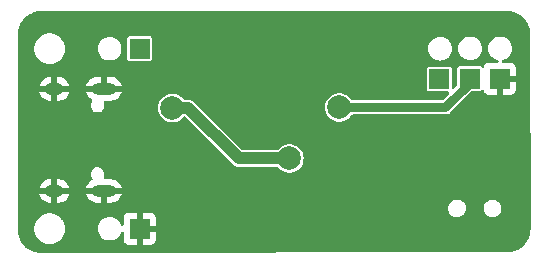
<source format=gbr>
%TF.GenerationSoftware,KiCad,Pcbnew,7.0.10*%
%TF.CreationDate,2024-03-07T14:05:51+00:00*%
%TF.ProjectId,tp4056,74703430-3536-42e6-9b69-6361645f7063,rev?*%
%TF.SameCoordinates,Original*%
%TF.FileFunction,Copper,L2,Bot*%
%TF.FilePolarity,Positive*%
%FSLAX46Y46*%
G04 Gerber Fmt 4.6, Leading zero omitted, Abs format (unit mm)*
G04 Created by KiCad (PCBNEW 7.0.10) date 2024-03-07 14:05:51*
%MOMM*%
%LPD*%
G01*
G04 APERTURE LIST*
%TA.AperFunction,ComponentPad*%
%ADD10R,1.700000X1.700000*%
%TD*%
%TA.AperFunction,ComponentPad*%
%ADD11O,2.100000X1.000000*%
%TD*%
%TA.AperFunction,ComponentPad*%
%ADD12O,1.600000X1.000000*%
%TD*%
%TA.AperFunction,ViaPad*%
%ADD13C,0.800000*%
%TD*%
%TA.AperFunction,ViaPad*%
%ADD14C,0.600000*%
%TD*%
%TA.AperFunction,ViaPad*%
%ADD15C,2.000000*%
%TD*%
%TA.AperFunction,Conductor*%
%ADD16C,1.000000*%
%TD*%
%TA.AperFunction,Conductor*%
%ADD17C,0.800000*%
%TD*%
G04 APERTURE END LIST*
D10*
%TO.P,J3,1,Pin_1*%
%TO.N,VIN*%
X147320000Y-76200000D03*
%TD*%
%TO.P,J7,1,Pin_1*%
%TO.N,GND*%
X177800000Y-78740000D03*
%TD*%
D11*
%TO.P,J8,S1,SHIELD*%
%TO.N,GND*%
X144280000Y-79600000D03*
D12*
X140100000Y-79600000D03*
D11*
X144280000Y-88240000D03*
D12*
X140100000Y-88240000D03*
%TD*%
D10*
%TO.P,J4,1,Pin_1*%
%TO.N,BAT-*%
X175260000Y-78740000D03*
%TD*%
%TO.P,J2,1,Pin_1*%
%TO.N,GND*%
X147320000Y-91440000D03*
%TD*%
%TO.P,J5,1,Pin_1*%
%TO.N,BAT+*%
X172705000Y-78765000D03*
%TD*%
D13*
%TO.N,GND*%
X178750000Y-91840000D03*
X146570000Y-79980000D03*
X175720000Y-91850000D03*
D14*
X156050000Y-83430000D03*
D13*
X172760000Y-91840000D03*
D15*
X169788629Y-83271371D03*
%TO.N,VIN*%
X150072500Y-81217500D03*
X160000000Y-85500000D03*
%TO.N,BAT-*%
X164230000Y-81170000D03*
%TD*%
D16*
%TO.N,VIN*%
X155715836Y-85500000D02*
X160000000Y-85500000D01*
X150072500Y-81217500D02*
X151433336Y-81217500D01*
X151433336Y-81217500D02*
X155715836Y-85500000D01*
D17*
%TO.N,BAT-*%
X175260000Y-79110000D02*
X175260000Y-78740000D01*
X164230000Y-81170000D02*
X173200000Y-81170000D01*
X173200000Y-81170000D02*
X175260000Y-79110000D01*
%TD*%
%TA.AperFunction,Conductor*%
%TO.N,GND*%
G36*
X178404042Y-73000764D02*
G01*
X178483586Y-73005978D01*
X178483767Y-73005991D01*
X178661587Y-73018709D01*
X178676904Y-73020772D01*
X178788378Y-73042945D01*
X178790437Y-73043374D01*
X178930240Y-73073786D01*
X178943703Y-73077522D01*
X179057725Y-73116228D01*
X179061074Y-73117420D01*
X179188808Y-73165062D01*
X179200300Y-73170024D01*
X179310687Y-73224461D01*
X179315187Y-73226798D01*
X179432478Y-73290844D01*
X179441942Y-73296574D01*
X179545269Y-73365615D01*
X179550688Y-73369450D01*
X179656727Y-73448830D01*
X179664145Y-73454844D01*
X179757976Y-73537131D01*
X179763898Y-73542678D01*
X179857320Y-73636100D01*
X179862867Y-73642022D01*
X179945150Y-73735848D01*
X179951173Y-73743278D01*
X179988691Y-73793396D01*
X180030548Y-73849310D01*
X180034383Y-73854729D01*
X180103424Y-73958056D01*
X180109154Y-73967520D01*
X180173183Y-74084779D01*
X180175564Y-74089363D01*
X180229969Y-74199687D01*
X180234938Y-74211196D01*
X180282556Y-74338863D01*
X180283793Y-74342338D01*
X180322470Y-74456276D01*
X180326217Y-74469777D01*
X180356613Y-74609508D01*
X180357064Y-74611675D01*
X180379224Y-74723080D01*
X180381291Y-74738425D01*
X180393995Y-74916046D01*
X180394045Y-74916781D01*
X180399234Y-74995941D01*
X180399500Y-75004052D01*
X180399500Y-75051330D01*
X180399550Y-75051793D01*
X180415282Y-91431675D01*
X180415016Y-91439905D01*
X180409832Y-91518992D01*
X180409782Y-91519726D01*
X180397079Y-91697360D01*
X180395012Y-91712706D01*
X180372852Y-91824112D01*
X180372401Y-91826278D01*
X180342006Y-91966008D01*
X180338260Y-91979508D01*
X180299575Y-92093470D01*
X180298350Y-92096912D01*
X180250729Y-92224588D01*
X180245759Y-92236098D01*
X180191349Y-92346431D01*
X180188969Y-92351014D01*
X180124943Y-92468269D01*
X180119214Y-92477732D01*
X180050176Y-92581056D01*
X180046340Y-92586476D01*
X179966970Y-92692502D01*
X179960931Y-92699951D01*
X179878657Y-92793766D01*
X179873110Y-92799688D01*
X179779688Y-92893110D01*
X179773766Y-92898657D01*
X179679951Y-92980931D01*
X179672502Y-92986970D01*
X179566476Y-93066340D01*
X179561056Y-93070176D01*
X179457732Y-93139214D01*
X179448269Y-93144943D01*
X179331014Y-93208969D01*
X179326431Y-93211349D01*
X179216098Y-93265759D01*
X179204588Y-93270729D01*
X179076912Y-93318350D01*
X179073470Y-93319575D01*
X178959509Y-93358260D01*
X178946008Y-93362006D01*
X178806278Y-93392401D01*
X178804112Y-93392852D01*
X178692706Y-93415012D01*
X178677360Y-93417079D01*
X178499726Y-93429782D01*
X178498990Y-93429833D01*
X178450183Y-93433031D01*
X178419751Y-93435026D01*
X178411848Y-93435291D01*
X139004148Y-93499492D01*
X138995835Y-93499226D01*
X138916690Y-93494038D01*
X138915955Y-93493988D01*
X138738425Y-93481291D01*
X138723080Y-93479224D01*
X138611675Y-93457064D01*
X138609508Y-93456613D01*
X138469777Y-93426217D01*
X138456276Y-93422470D01*
X138342338Y-93383793D01*
X138338863Y-93382556D01*
X138211196Y-93334938D01*
X138199687Y-93329969D01*
X138134947Y-93298043D01*
X138089348Y-93275556D01*
X138084779Y-93273183D01*
X137967520Y-93209154D01*
X137958056Y-93203424D01*
X137854729Y-93134383D01*
X137849310Y-93130548D01*
X137768662Y-93070176D01*
X137743278Y-93051173D01*
X137735848Y-93045150D01*
X137642022Y-92962867D01*
X137636100Y-92957320D01*
X137542678Y-92863898D01*
X137537131Y-92857976D01*
X137505450Y-92821851D01*
X137454844Y-92764145D01*
X137448830Y-92756727D01*
X137369450Y-92650688D01*
X137365615Y-92645269D01*
X137296574Y-92541942D01*
X137290844Y-92532478D01*
X137282258Y-92516754D01*
X137226798Y-92415187D01*
X137224461Y-92410687D01*
X137170024Y-92300300D01*
X137165060Y-92288802D01*
X137161790Y-92280034D01*
X137117420Y-92161074D01*
X137116228Y-92157725D01*
X137077522Y-92043703D01*
X137073786Y-92030240D01*
X137043374Y-91890437D01*
X137042945Y-91888378D01*
X137020772Y-91776904D01*
X137018709Y-91761587D01*
X137005991Y-91583767D01*
X137005978Y-91583586D01*
X137000765Y-91504043D01*
X137000500Y-91495934D01*
X137000500Y-91440000D01*
X138393143Y-91440000D01*
X138399432Y-91511889D01*
X138400620Y-91525461D01*
X138401092Y-91536269D01*
X138401092Y-91553641D01*
X138404108Y-91570748D01*
X138405519Y-91581467D01*
X138412996Y-91666929D01*
X138412998Y-91666938D01*
X138435201Y-91749802D01*
X138437541Y-91760358D01*
X138440556Y-91777456D01*
X138440560Y-91777469D01*
X138446498Y-91793786D01*
X138449748Y-91804095D01*
X138471957Y-91886974D01*
X138508211Y-91964722D01*
X138512349Y-91974709D01*
X138518293Y-91991039D01*
X138518294Y-91991041D01*
X138518295Y-91991043D01*
X138518296Y-91991046D01*
X138526976Y-92006080D01*
X138531970Y-92015672D01*
X138568229Y-92093429D01*
X138617438Y-92163708D01*
X138623246Y-92172824D01*
X138631934Y-92187870D01*
X138643093Y-92201170D01*
X138649675Y-92209748D01*
X138688487Y-92265176D01*
X138698889Y-92280031D01*
X138698892Y-92280034D01*
X138759551Y-92340693D01*
X138766850Y-92348657D01*
X138768828Y-92351014D01*
X138778028Y-92361978D01*
X138778029Y-92361979D01*
X138791330Y-92373139D01*
X138799305Y-92380447D01*
X138859969Y-92441111D01*
X138860682Y-92441610D01*
X138930250Y-92490323D01*
X138938832Y-92496908D01*
X138952128Y-92508065D01*
X138952131Y-92508067D01*
X138967176Y-92516754D01*
X138976294Y-92522563D01*
X139014896Y-92549592D01*
X139046571Y-92571771D01*
X139124346Y-92608038D01*
X139133910Y-92613017D01*
X139145327Y-92619609D01*
X139148957Y-92621705D01*
X139148961Y-92621707D01*
X139165290Y-92627650D01*
X139175258Y-92631778D01*
X139253029Y-92668044D01*
X139253031Y-92668044D01*
X139253038Y-92668047D01*
X139293783Y-92678964D01*
X139335906Y-92690251D01*
X139346212Y-92693500D01*
X139362534Y-92699441D01*
X139379627Y-92702455D01*
X139379633Y-92702456D01*
X139390179Y-92704793D01*
X139473067Y-92727003D01*
X139558563Y-92734482D01*
X139569230Y-92735887D01*
X139586360Y-92738908D01*
X139603730Y-92738908D01*
X139614537Y-92739380D01*
X139699998Y-92746857D01*
X139700000Y-92746857D01*
X139700002Y-92746857D01*
X139785463Y-92739380D01*
X139796270Y-92738908D01*
X139813640Y-92738908D01*
X139830772Y-92735887D01*
X139841436Y-92734482D01*
X139926933Y-92727003D01*
X140009813Y-92704795D01*
X140020339Y-92702460D01*
X140037466Y-92699441D01*
X140053816Y-92693489D01*
X140064080Y-92690254D01*
X140117728Y-92675879D01*
X140146958Y-92668048D01*
X140146963Y-92668046D01*
X140146971Y-92668044D01*
X140224739Y-92631779D01*
X140234692Y-92627656D01*
X140251039Y-92621707D01*
X140266084Y-92613020D01*
X140275668Y-92608031D01*
X140353429Y-92571771D01*
X140423711Y-92522558D01*
X140432817Y-92516757D01*
X140447869Y-92508067D01*
X140461201Y-92496879D01*
X140469732Y-92490334D01*
X140540031Y-92441111D01*
X140600716Y-92380425D01*
X140608660Y-92373146D01*
X140621975Y-92361975D01*
X140633146Y-92348660D01*
X140640425Y-92340716D01*
X140701111Y-92280031D01*
X140750334Y-92209732D01*
X140756879Y-92201201D01*
X140768067Y-92187869D01*
X140776757Y-92172817D01*
X140782559Y-92163711D01*
X140782561Y-92163708D01*
X140831771Y-92093429D01*
X140868031Y-92015668D01*
X140873023Y-92006080D01*
X140881707Y-91991039D01*
X140887656Y-91974692D01*
X140891779Y-91964739D01*
X140928044Y-91886971D01*
X140928046Y-91886963D01*
X140928048Y-91886958D01*
X140944139Y-91826902D01*
X140950254Y-91804080D01*
X140953489Y-91793816D01*
X140959441Y-91777466D01*
X140962460Y-91760339D01*
X140964798Y-91749802D01*
X140987003Y-91666933D01*
X140994483Y-91581433D01*
X140995883Y-91570791D01*
X140998908Y-91553640D01*
X140999481Y-91527314D01*
X140999918Y-91519303D01*
X141006857Y-91440000D01*
X143774659Y-91440000D01*
X143793975Y-91636129D01*
X143803319Y-91666933D01*
X143850999Y-91824112D01*
X143851188Y-91824733D01*
X143944086Y-91998532D01*
X143944090Y-91998539D01*
X144069116Y-92150883D01*
X144221460Y-92275909D01*
X144221467Y-92275913D01*
X144385178Y-92363418D01*
X144395273Y-92368814D01*
X144424157Y-92377575D01*
X144431195Y-92379946D01*
X144431791Y-92380166D01*
X144431799Y-92380170D01*
X144435570Y-92381146D01*
X144440422Y-92382509D01*
X144583868Y-92426024D01*
X144614662Y-92429056D01*
X144621911Y-92430344D01*
X144621955Y-92430063D01*
X144628178Y-92431016D01*
X144628182Y-92431017D01*
X144638423Y-92431536D01*
X144644229Y-92431968D01*
X144780000Y-92445341D01*
X144815203Y-92441873D01*
X144824500Y-92441653D01*
X144824498Y-92441610D01*
X144830768Y-92441291D01*
X144830780Y-92441292D01*
X144844926Y-92439124D01*
X144851482Y-92438300D01*
X144976132Y-92426024D01*
X145014291Y-92414448D01*
X145030827Y-92410694D01*
X145031296Y-92410573D01*
X145031299Y-92410573D01*
X145046956Y-92404774D01*
X145054006Y-92402400D01*
X145164727Y-92368814D01*
X145203920Y-92347864D01*
X145219301Y-92340945D01*
X145221530Y-92340120D01*
X145236842Y-92330575D01*
X145243918Y-92326485D01*
X145330841Y-92280024D01*
X145338531Y-92275914D01*
X145338534Y-92275912D01*
X145338533Y-92275912D01*
X145338538Y-92275910D01*
X145376513Y-92244744D01*
X145389559Y-92235385D01*
X145393684Y-92232815D01*
X145407071Y-92220088D01*
X145413805Y-92214139D01*
X145490883Y-92150883D01*
X145525082Y-92109211D01*
X145535480Y-92098027D01*
X145540715Y-92093052D01*
X145540717Y-92093048D01*
X145540719Y-92093047D01*
X145545618Y-92086007D01*
X145551154Y-92078053D01*
X145557050Y-92070258D01*
X145615910Y-91998538D01*
X145643641Y-91946656D01*
X145651203Y-91934308D01*
X145656601Y-91926553D01*
X145663534Y-91910396D01*
X145668110Y-91900878D01*
X145708814Y-91824727D01*
X145727340Y-91763653D01*
X145765635Y-91705217D01*
X145829447Y-91676759D01*
X145898514Y-91687318D01*
X145950908Y-91733541D01*
X145970000Y-91799649D01*
X145970000Y-92337844D01*
X145976401Y-92397372D01*
X145976403Y-92397379D01*
X146026645Y-92532086D01*
X146026649Y-92532093D01*
X146112809Y-92647187D01*
X146112812Y-92647190D01*
X146227906Y-92733350D01*
X146227913Y-92733354D01*
X146362620Y-92783596D01*
X146362627Y-92783598D01*
X146422155Y-92789999D01*
X146422172Y-92790000D01*
X147070000Y-92790000D01*
X147070000Y-91875501D01*
X147177685Y-91924680D01*
X147284237Y-91940000D01*
X147355763Y-91940000D01*
X147462315Y-91924680D01*
X147570000Y-91875501D01*
X147570000Y-92790000D01*
X148217828Y-92790000D01*
X148217844Y-92789999D01*
X148277372Y-92783598D01*
X148277379Y-92783596D01*
X148412086Y-92733354D01*
X148412093Y-92733350D01*
X148527187Y-92647190D01*
X148527190Y-92647187D01*
X148613350Y-92532093D01*
X148613354Y-92532086D01*
X148663596Y-92397379D01*
X148663598Y-92397372D01*
X148669999Y-92337844D01*
X148670000Y-92337827D01*
X148670000Y-91690000D01*
X147753686Y-91690000D01*
X147779493Y-91649844D01*
X147820000Y-91511889D01*
X147820000Y-91368111D01*
X147779493Y-91230156D01*
X147753686Y-91190000D01*
X148670000Y-91190000D01*
X148670000Y-90542172D01*
X148669999Y-90542155D01*
X148663598Y-90482627D01*
X148663596Y-90482620D01*
X148613354Y-90347913D01*
X148613350Y-90347906D01*
X148527190Y-90232812D01*
X148527187Y-90232809D01*
X148412093Y-90146649D01*
X148412086Y-90146645D01*
X148277379Y-90096403D01*
X148277372Y-90096401D01*
X148217844Y-90090000D01*
X147570000Y-90090000D01*
X147570000Y-91004498D01*
X147462315Y-90955320D01*
X147355763Y-90940000D01*
X147284237Y-90940000D01*
X147177685Y-90955320D01*
X147070000Y-91004498D01*
X147070000Y-90090000D01*
X146422155Y-90090000D01*
X146362627Y-90096401D01*
X146362620Y-90096403D01*
X146227913Y-90146645D01*
X146227906Y-90146649D01*
X146112812Y-90232809D01*
X146112809Y-90232812D01*
X146026649Y-90347906D01*
X146026645Y-90347913D01*
X145976403Y-90482620D01*
X145976401Y-90482627D01*
X145970000Y-90542155D01*
X145970000Y-91080349D01*
X145950315Y-91147388D01*
X145897511Y-91193143D01*
X145828353Y-91203087D01*
X145764797Y-91174062D01*
X145727339Y-91116343D01*
X145723150Y-91102535D01*
X145708814Y-91055273D01*
X145668114Y-90979130D01*
X145663528Y-90969589D01*
X145656602Y-90953450D01*
X145656601Y-90953447D01*
X145651213Y-90945706D01*
X145643636Y-90933334D01*
X145615910Y-90881462D01*
X145615908Y-90881460D01*
X145615908Y-90881459D01*
X145557069Y-90809765D01*
X145551143Y-90801931D01*
X145540716Y-90786949D01*
X145535486Y-90781977D01*
X145525068Y-90770771D01*
X145490883Y-90729116D01*
X145413830Y-90665880D01*
X145407067Y-90659905D01*
X145393686Y-90647187D01*
X145393684Y-90647185D01*
X145389560Y-90644614D01*
X145376493Y-90635239D01*
X145338540Y-90604091D01*
X145338532Y-90604086D01*
X145243957Y-90553535D01*
X145236821Y-90549410D01*
X145221537Y-90539884D01*
X145221532Y-90539881D01*
X145221530Y-90539880D01*
X145221528Y-90539879D01*
X145221522Y-90539876D01*
X145219293Y-90539051D01*
X145203912Y-90532130D01*
X145164728Y-90511186D01*
X145054036Y-90477607D01*
X145046973Y-90475231D01*
X145031300Y-90469427D01*
X145030854Y-90469312D01*
X145014276Y-90465547D01*
X145013267Y-90465241D01*
X144995018Y-90459705D01*
X144976130Y-90453975D01*
X144851508Y-90441701D01*
X144844893Y-90440869D01*
X144830786Y-90438708D01*
X144824504Y-90438390D01*
X144824506Y-90438347D01*
X144815205Y-90438125D01*
X144780003Y-90434659D01*
X144779999Y-90434659D01*
X144644257Y-90448027D01*
X144638392Y-90448464D01*
X144628187Y-90448982D01*
X144621974Y-90449934D01*
X144621931Y-90449654D01*
X144614679Y-90450941D01*
X144583869Y-90453975D01*
X144440446Y-90497482D01*
X144435545Y-90498859D01*
X144431795Y-90499830D01*
X144431175Y-90500060D01*
X144424123Y-90502433D01*
X144395270Y-90511186D01*
X144221467Y-90604086D01*
X144221460Y-90604090D01*
X144069116Y-90729116D01*
X143944090Y-90881460D01*
X143944086Y-90881467D01*
X143851188Y-91055266D01*
X143793975Y-91243870D01*
X143774659Y-91440000D01*
X141006857Y-91440000D01*
X140999919Y-91360699D01*
X140999481Y-91352681D01*
X140998908Y-91326360D01*
X140995887Y-91309227D01*
X140994482Y-91298560D01*
X140987003Y-91213067D01*
X140964793Y-91130179D01*
X140962456Y-91119633D01*
X140959442Y-91102542D01*
X140959441Y-91102534D01*
X140953500Y-91086211D01*
X140950251Y-91075906D01*
X140933944Y-91015048D01*
X140928047Y-90993038D01*
X140928041Y-90993022D01*
X140891788Y-90915276D01*
X140887649Y-90905286D01*
X140886356Y-90901735D01*
X140881707Y-90888961D01*
X140881703Y-90888954D01*
X140873020Y-90873914D01*
X140868026Y-90864321D01*
X140831771Y-90786572D01*
X140831769Y-90786568D01*
X140802083Y-90744173D01*
X140782557Y-90716287D01*
X140776755Y-90707179D01*
X140768067Y-90692131D01*
X140768066Y-90692129D01*
X140768065Y-90692128D01*
X140756903Y-90678826D01*
X140750317Y-90670243D01*
X140701112Y-90599970D01*
X140701107Y-90599965D01*
X140640437Y-90539295D01*
X140633139Y-90531330D01*
X140621979Y-90518029D01*
X140621978Y-90518028D01*
X140621976Y-90518026D01*
X140621975Y-90518025D01*
X140608657Y-90506850D01*
X140600693Y-90499551D01*
X140540034Y-90438892D01*
X140540031Y-90438889D01*
X140533990Y-90434659D01*
X140469748Y-90389675D01*
X140461170Y-90383093D01*
X140447870Y-90371934D01*
X140447869Y-90371933D01*
X140442465Y-90368813D01*
X140432824Y-90363246D01*
X140423708Y-90357438D01*
X140353429Y-90308229D01*
X140275672Y-90271970D01*
X140266080Y-90266976D01*
X140251046Y-90258296D01*
X140251043Y-90258295D01*
X140251041Y-90258294D01*
X140251039Y-90258293D01*
X140241451Y-90254803D01*
X140234709Y-90252349D01*
X140224722Y-90248211D01*
X140146974Y-90211957D01*
X140146971Y-90211956D01*
X140137064Y-90209301D01*
X140064095Y-90189748D01*
X140053786Y-90186498D01*
X140037469Y-90180560D01*
X140037456Y-90180556D01*
X140020358Y-90177541D01*
X140009802Y-90175201D01*
X139926938Y-90152998D01*
X139926929Y-90152996D01*
X139841467Y-90145519D01*
X139830748Y-90144108D01*
X139813641Y-90141092D01*
X139813640Y-90141092D01*
X139796270Y-90141092D01*
X139785463Y-90140620D01*
X139700002Y-90133143D01*
X139699998Y-90133143D01*
X139614537Y-90140620D01*
X139603730Y-90141092D01*
X139586356Y-90141092D01*
X139569251Y-90144108D01*
X139558533Y-90145519D01*
X139473070Y-90152996D01*
X139473061Y-90152998D01*
X139390198Y-90175201D01*
X139379641Y-90177541D01*
X139362542Y-90180556D01*
X139362535Y-90180558D01*
X139346213Y-90186498D01*
X139335908Y-90189747D01*
X139253029Y-90211956D01*
X139175266Y-90248215D01*
X139165286Y-90252349D01*
X139148964Y-90258291D01*
X139148958Y-90258293D01*
X139133906Y-90266983D01*
X139124321Y-90271972D01*
X139046579Y-90308224D01*
X139046578Y-90308225D01*
X139046572Y-90308228D01*
X139046572Y-90308229D01*
X139045711Y-90308832D01*
X138976292Y-90357438D01*
X138967179Y-90363244D01*
X138952128Y-90371934D01*
X138938825Y-90383097D01*
X138930248Y-90389678D01*
X138868579Y-90432860D01*
X138860228Y-90438708D01*
X138859965Y-90438892D01*
X138799295Y-90499561D01*
X138791326Y-90506863D01*
X138778025Y-90518025D01*
X138766863Y-90531326D01*
X138759561Y-90539295D01*
X138698892Y-90599965D01*
X138698889Y-90599968D01*
X138698889Y-90599969D01*
X138696003Y-90604091D01*
X138649678Y-90670248D01*
X138643097Y-90678825D01*
X138631934Y-90692128D01*
X138623244Y-90707179D01*
X138617438Y-90716292D01*
X138579293Y-90770771D01*
X138571447Y-90781977D01*
X138568225Y-90786578D01*
X138568224Y-90786579D01*
X138531972Y-90864321D01*
X138526983Y-90873906D01*
X138518293Y-90888958D01*
X138518291Y-90888964D01*
X138512349Y-90905286D01*
X138508215Y-90915266D01*
X138471956Y-90993029D01*
X138449747Y-91075908D01*
X138446498Y-91086213D01*
X138440558Y-91102535D01*
X138440556Y-91102542D01*
X138437541Y-91119641D01*
X138435201Y-91130198D01*
X138412998Y-91213061D01*
X138412996Y-91213070D01*
X138405519Y-91298533D01*
X138404108Y-91309251D01*
X138401092Y-91326356D01*
X138401092Y-91343729D01*
X138400620Y-91354536D01*
X138393143Y-91440000D01*
X137000500Y-91440000D01*
X137000500Y-89773933D01*
X173445668Y-89773933D01*
X173461058Y-89861210D01*
X173476135Y-89946711D01*
X173545623Y-90107804D01*
X173545624Y-90107806D01*
X173545626Y-90107809D01*
X173623162Y-90211957D01*
X173650390Y-90248530D01*
X173784786Y-90361302D01*
X173828176Y-90383093D01*
X173941562Y-90440038D01*
X173941563Y-90440038D01*
X173941567Y-90440040D01*
X174112279Y-90480500D01*
X174112282Y-90480500D01*
X174243701Y-90480500D01*
X174243709Y-90480500D01*
X174374255Y-90465241D01*
X174539117Y-90405237D01*
X174685696Y-90308830D01*
X174806092Y-90181218D01*
X174893812Y-90029281D01*
X174944130Y-89861210D01*
X174949213Y-89773933D01*
X176445668Y-89773933D01*
X176461058Y-89861210D01*
X176476135Y-89946711D01*
X176545623Y-90107804D01*
X176545624Y-90107806D01*
X176545626Y-90107809D01*
X176623162Y-90211957D01*
X176650390Y-90248530D01*
X176784786Y-90361302D01*
X176828176Y-90383093D01*
X176941562Y-90440038D01*
X176941563Y-90440038D01*
X176941567Y-90440040D01*
X177112279Y-90480500D01*
X177112282Y-90480500D01*
X177243701Y-90480500D01*
X177243709Y-90480500D01*
X177374255Y-90465241D01*
X177539117Y-90405237D01*
X177685696Y-90308830D01*
X177806092Y-90181218D01*
X177893812Y-90029281D01*
X177944130Y-89861210D01*
X177954331Y-89686065D01*
X177923865Y-89513289D01*
X177854377Y-89352196D01*
X177749610Y-89211470D01*
X177677747Y-89151170D01*
X177615214Y-89098698D01*
X177615212Y-89098697D01*
X177458437Y-89019961D01*
X177458433Y-89019960D01*
X177287721Y-88979500D01*
X177156291Y-88979500D01*
X177051854Y-88991707D01*
X177025743Y-88994759D01*
X177025740Y-88994760D01*
X176860884Y-89054762D01*
X176860880Y-89054764D01*
X176714306Y-89151167D01*
X176714305Y-89151168D01*
X176593910Y-89278778D01*
X176506188Y-89430718D01*
X176455870Y-89598789D01*
X176455869Y-89598794D01*
X176445668Y-89773933D01*
X174949213Y-89773933D01*
X174954331Y-89686065D01*
X174923865Y-89513289D01*
X174854377Y-89352196D01*
X174749610Y-89211470D01*
X174677747Y-89151170D01*
X174615214Y-89098698D01*
X174615212Y-89098697D01*
X174458437Y-89019961D01*
X174458433Y-89019960D01*
X174287721Y-88979500D01*
X174156291Y-88979500D01*
X174051854Y-88991707D01*
X174025743Y-88994759D01*
X174025740Y-88994760D01*
X173860884Y-89054762D01*
X173860880Y-89054764D01*
X173714306Y-89151167D01*
X173714305Y-89151168D01*
X173593910Y-89278778D01*
X173506188Y-89430718D01*
X173455870Y-89598789D01*
X173455869Y-89598794D01*
X173445668Y-89773933D01*
X137000500Y-89773933D01*
X137000500Y-88490000D01*
X138826634Y-88490000D01*
X138826931Y-88491946D01*
X138826933Y-88491952D01*
X138897562Y-88682657D01*
X138897565Y-88682664D01*
X139005149Y-88855267D01*
X139145264Y-89002668D01*
X139145266Y-89002669D01*
X139312195Y-89118856D01*
X139499092Y-89199059D01*
X139698310Y-89240000D01*
X139850000Y-89240000D01*
X139850000Y-88540000D01*
X140350000Y-88540000D01*
X140350000Y-89240000D01*
X140450713Y-89240000D01*
X140602338Y-89224581D01*
X140796381Y-89163700D01*
X140796391Y-89163695D01*
X140974215Y-89064994D01*
X140974216Y-89064994D01*
X141128530Y-88932521D01*
X141128531Y-88932520D01*
X141253018Y-88771695D01*
X141342588Y-88589093D01*
X141368246Y-88490000D01*
X142756634Y-88490000D01*
X142756931Y-88491946D01*
X142756933Y-88491952D01*
X142827562Y-88682657D01*
X142827565Y-88682664D01*
X142935149Y-88855267D01*
X143075264Y-89002668D01*
X143075266Y-89002669D01*
X143242195Y-89118856D01*
X143429092Y-89199059D01*
X143628310Y-89240000D01*
X144030000Y-89240000D01*
X144030000Y-88540000D01*
X144530000Y-88540000D01*
X144530000Y-89240000D01*
X144880713Y-89240000D01*
X145032338Y-89224581D01*
X145226381Y-89163700D01*
X145226391Y-89163695D01*
X145404215Y-89064994D01*
X145404216Y-89064994D01*
X145558530Y-88932521D01*
X145558531Y-88932520D01*
X145683018Y-88771695D01*
X145772588Y-88589093D01*
X145798246Y-88490000D01*
X144996111Y-88490000D01*
X145035610Y-88465543D01*
X145103201Y-88376038D01*
X145133895Y-88268160D01*
X145123546Y-88156479D01*
X145073552Y-88056078D01*
X145001069Y-87990000D01*
X145803366Y-87990000D01*
X145803068Y-87988053D01*
X145803066Y-87988047D01*
X145732437Y-87797342D01*
X145732434Y-87797335D01*
X145624850Y-87624732D01*
X145484735Y-87477331D01*
X145484733Y-87477330D01*
X145317804Y-87361143D01*
X145130907Y-87280940D01*
X144931690Y-87240000D01*
X144380384Y-87240000D01*
X144313345Y-87220315D01*
X144267590Y-87167511D01*
X144257646Y-87098353D01*
X144265823Y-87068547D01*
X144271716Y-87054319D01*
X144310687Y-86960236D01*
X144330466Y-86810000D01*
X144310687Y-86659764D01*
X144252698Y-86519767D01*
X144160451Y-86399549D01*
X144040233Y-86307302D01*
X144040229Y-86307300D01*
X143976801Y-86281027D01*
X143900236Y-86249313D01*
X143886171Y-86247461D01*
X143787727Y-86234500D01*
X143787720Y-86234500D01*
X143712280Y-86234500D01*
X143712272Y-86234500D01*
X143599764Y-86249313D01*
X143599763Y-86249313D01*
X143459770Y-86307300D01*
X143459767Y-86307301D01*
X143459767Y-86307302D01*
X143339549Y-86399549D01*
X143291533Y-86462125D01*
X143247300Y-86519770D01*
X143189313Y-86659763D01*
X143189312Y-86659765D01*
X143169534Y-86809999D01*
X143169534Y-86810000D01*
X143189312Y-86960234D01*
X143189313Y-86960236D01*
X143247300Y-87100230D01*
X143247302Y-87100234D01*
X143283624Y-87147568D01*
X143298926Y-87167511D01*
X143301799Y-87171254D01*
X143326994Y-87236423D01*
X143312956Y-87304868D01*
X143264143Y-87354858D01*
X143263603Y-87355159D01*
X143155788Y-87415002D01*
X143155783Y-87415005D01*
X143001469Y-87547478D01*
X143001468Y-87547479D01*
X142876981Y-87708304D01*
X142787411Y-87890906D01*
X142761754Y-87990000D01*
X143563889Y-87990000D01*
X143524390Y-88014457D01*
X143456799Y-88103962D01*
X143426105Y-88211840D01*
X143436454Y-88323521D01*
X143486448Y-88423922D01*
X143558931Y-88490000D01*
X142756634Y-88490000D01*
X141368246Y-88490000D01*
X140566111Y-88490000D01*
X140605610Y-88465543D01*
X140673201Y-88376038D01*
X140703895Y-88268160D01*
X140693546Y-88156479D01*
X140643552Y-88056078D01*
X140571069Y-87990000D01*
X141373366Y-87990000D01*
X141373068Y-87988053D01*
X141373066Y-87988047D01*
X141302437Y-87797342D01*
X141302434Y-87797335D01*
X141194850Y-87624732D01*
X141054735Y-87477331D01*
X141054733Y-87477330D01*
X140887804Y-87361143D01*
X140700907Y-87280940D01*
X140501690Y-87240000D01*
X140350000Y-87240000D01*
X140350000Y-87940000D01*
X139850000Y-87940000D01*
X139850000Y-87240000D01*
X139749287Y-87240000D01*
X139597661Y-87255418D01*
X139403618Y-87316299D01*
X139403608Y-87316304D01*
X139225784Y-87415005D01*
X139225783Y-87415005D01*
X139071469Y-87547478D01*
X139071468Y-87547479D01*
X138946981Y-87708304D01*
X138857411Y-87890906D01*
X138831754Y-87990000D01*
X139633889Y-87990000D01*
X139594390Y-88014457D01*
X139526799Y-88103962D01*
X139496105Y-88211840D01*
X139506454Y-88323521D01*
X139556448Y-88423922D01*
X139628931Y-88490000D01*
X138826634Y-88490000D01*
X137000500Y-88490000D01*
X137000500Y-79850000D01*
X138826634Y-79850000D01*
X138826931Y-79851946D01*
X138826933Y-79851952D01*
X138897562Y-80042657D01*
X138897565Y-80042664D01*
X139005149Y-80215267D01*
X139145264Y-80362668D01*
X139145266Y-80362669D01*
X139312195Y-80478856D01*
X139499092Y-80559059D01*
X139698310Y-80600000D01*
X139850000Y-80600000D01*
X139850000Y-79900000D01*
X140350000Y-79900000D01*
X140350000Y-80600000D01*
X140450713Y-80600000D01*
X140602338Y-80584581D01*
X140796381Y-80523700D01*
X140796391Y-80523695D01*
X140974215Y-80424994D01*
X140974216Y-80424994D01*
X141128530Y-80292521D01*
X141128531Y-80292520D01*
X141253018Y-80131695D01*
X141342588Y-79949093D01*
X141368246Y-79850000D01*
X142756634Y-79850000D01*
X142756931Y-79851946D01*
X142756933Y-79851952D01*
X142827562Y-80042657D01*
X142827565Y-80042664D01*
X142935149Y-80215267D01*
X143075264Y-80362668D01*
X143075266Y-80362669D01*
X143242197Y-80478857D01*
X143250071Y-80482236D01*
X143303917Y-80526760D01*
X143325142Y-80593328D01*
X143307009Y-80660804D01*
X143299551Y-80671674D01*
X143247302Y-80739766D01*
X143247300Y-80739769D01*
X143189313Y-80879763D01*
X143189312Y-80879765D01*
X143169534Y-81029999D01*
X143169534Y-81030000D01*
X143189312Y-81180234D01*
X143189313Y-81180236D01*
X143247302Y-81320233D01*
X143339549Y-81440451D01*
X143459767Y-81532698D01*
X143599764Y-81590687D01*
X143712280Y-81605500D01*
X143712287Y-81605500D01*
X143787713Y-81605500D01*
X143787720Y-81605500D01*
X143900236Y-81590687D01*
X144040233Y-81532698D01*
X144160451Y-81440451D01*
X144252698Y-81320233D01*
X144295252Y-81217500D01*
X148866857Y-81217500D01*
X148887384Y-81439035D01*
X148887385Y-81439037D01*
X148948269Y-81653023D01*
X148948275Y-81653038D01*
X149047438Y-81852183D01*
X149047443Y-81852191D01*
X149181520Y-82029738D01*
X149345937Y-82179623D01*
X149345939Y-82179625D01*
X149535095Y-82296745D01*
X149535096Y-82296745D01*
X149535099Y-82296747D01*
X149742560Y-82377118D01*
X149961257Y-82418000D01*
X149961259Y-82418000D01*
X150183741Y-82418000D01*
X150183743Y-82418000D01*
X150402440Y-82377118D01*
X150609901Y-82296747D01*
X150799062Y-82179624D01*
X150963481Y-82029736D01*
X151002998Y-81977405D01*
X151059105Y-81935772D01*
X151128817Y-81931079D01*
X151189632Y-81964453D01*
X155202887Y-85977707D01*
X155208007Y-85983145D01*
X155247907Y-86028183D01*
X155297410Y-86062352D01*
X155303439Y-86066788D01*
X155350780Y-86103878D01*
X155350782Y-86103879D01*
X155350785Y-86103881D01*
X155360013Y-86108034D01*
X155379567Y-86119062D01*
X155387906Y-86124818D01*
X155444167Y-86146154D01*
X155451044Y-86149003D01*
X155472399Y-86158615D01*
X155505899Y-86173693D01*
X155505902Y-86173693D01*
X155505905Y-86173695D01*
X155515870Y-86175521D01*
X155537492Y-86181548D01*
X155540613Y-86182731D01*
X155546964Y-86185140D01*
X155604525Y-86192128D01*
X155606651Y-86192387D01*
X155614058Y-86193514D01*
X155673230Y-86204358D01*
X155733269Y-86200725D01*
X155740757Y-86200500D01*
X158962895Y-86200500D01*
X159029934Y-86220185D01*
X159061849Y-86249773D01*
X159109020Y-86312238D01*
X159273437Y-86462123D01*
X159273439Y-86462125D01*
X159462595Y-86579245D01*
X159462596Y-86579245D01*
X159462599Y-86579247D01*
X159670060Y-86659618D01*
X159888757Y-86700500D01*
X159888759Y-86700500D01*
X160111241Y-86700500D01*
X160111243Y-86700500D01*
X160329940Y-86659618D01*
X160537401Y-86579247D01*
X160726562Y-86462124D01*
X160890981Y-86312236D01*
X161025058Y-86134689D01*
X161124229Y-85935528D01*
X161185115Y-85721536D01*
X161205643Y-85500000D01*
X161185115Y-85278464D01*
X161124229Y-85064472D01*
X161124224Y-85064461D01*
X161025061Y-84865316D01*
X161025056Y-84865308D01*
X160890979Y-84687761D01*
X160726562Y-84537876D01*
X160726560Y-84537874D01*
X160537404Y-84420754D01*
X160537398Y-84420752D01*
X160329940Y-84340382D01*
X160111243Y-84299500D01*
X159888757Y-84299500D01*
X159670060Y-84340382D01*
X159538864Y-84391207D01*
X159462601Y-84420752D01*
X159462595Y-84420754D01*
X159273439Y-84537874D01*
X159273437Y-84537876D01*
X159109020Y-84687761D01*
X159061849Y-84750227D01*
X159005740Y-84791863D01*
X158962895Y-84799500D01*
X156057354Y-84799500D01*
X155990315Y-84779815D01*
X155969673Y-84763181D01*
X152376493Y-81170000D01*
X163024357Y-81170000D01*
X163044884Y-81391535D01*
X163044885Y-81391537D01*
X163105769Y-81605523D01*
X163105775Y-81605538D01*
X163204938Y-81804683D01*
X163204943Y-81804691D01*
X163339020Y-81982238D01*
X163503437Y-82132123D01*
X163503439Y-82132125D01*
X163692595Y-82249245D01*
X163692596Y-82249245D01*
X163692599Y-82249247D01*
X163900060Y-82329618D01*
X164118757Y-82370500D01*
X164118759Y-82370500D01*
X164341241Y-82370500D01*
X164341243Y-82370500D01*
X164559940Y-82329618D01*
X164767401Y-82249247D01*
X164956562Y-82132124D01*
X165120981Y-81982236D01*
X165243667Y-81819772D01*
X165299776Y-81778137D01*
X165342621Y-81770500D01*
X173152513Y-81770500D01*
X173168697Y-81771560D01*
X173200000Y-81775682D01*
X173200001Y-81775682D01*
X173252254Y-81768802D01*
X173356762Y-81755044D01*
X173502841Y-81694536D01*
X173572754Y-81640890D01*
X173628282Y-81598282D01*
X173647510Y-81573222D01*
X173658189Y-81561044D01*
X175392416Y-79826819D01*
X175453739Y-79793334D01*
X175480097Y-79790500D01*
X176129750Y-79790500D01*
X176129751Y-79790499D01*
X176144568Y-79787552D01*
X176188229Y-79778868D01*
X176188229Y-79778867D01*
X176188231Y-79778867D01*
X176254552Y-79734552D01*
X176258377Y-79728826D01*
X176311988Y-79684021D01*
X176381312Y-79675311D01*
X176444341Y-79705464D01*
X176477663Y-79754381D01*
X176506646Y-79832087D01*
X176506649Y-79832093D01*
X176592809Y-79947187D01*
X176592812Y-79947190D01*
X176707906Y-80033350D01*
X176707913Y-80033354D01*
X176842620Y-80083596D01*
X176842627Y-80083598D01*
X176902155Y-80089999D01*
X176902172Y-80090000D01*
X177550000Y-80090000D01*
X177550000Y-79175501D01*
X177657685Y-79224680D01*
X177764237Y-79240000D01*
X177835763Y-79240000D01*
X177942315Y-79224680D01*
X178050000Y-79175501D01*
X178050000Y-80090000D01*
X178697828Y-80090000D01*
X178697844Y-80089999D01*
X178757372Y-80083598D01*
X178757379Y-80083596D01*
X178892086Y-80033354D01*
X178892093Y-80033350D01*
X179007187Y-79947190D01*
X179007190Y-79947187D01*
X179093350Y-79832093D01*
X179093354Y-79832086D01*
X179143596Y-79697379D01*
X179143598Y-79697372D01*
X179149999Y-79637844D01*
X179150000Y-79637827D01*
X179150000Y-78990000D01*
X178233686Y-78990000D01*
X178259493Y-78949844D01*
X178300000Y-78811889D01*
X178300000Y-78668111D01*
X178259493Y-78530156D01*
X178233686Y-78490000D01*
X179150000Y-78490000D01*
X179150000Y-77842172D01*
X179149999Y-77842155D01*
X179143598Y-77782627D01*
X179143596Y-77782620D01*
X179093354Y-77647913D01*
X179093350Y-77647906D01*
X179007190Y-77532812D01*
X179007187Y-77532809D01*
X178892093Y-77446649D01*
X178892086Y-77446645D01*
X178757379Y-77396403D01*
X178757372Y-77396401D01*
X178697844Y-77390000D01*
X178092161Y-77390000D01*
X178025122Y-77370315D01*
X177979367Y-77317511D01*
X177969423Y-77248353D01*
X177998448Y-77184797D01*
X178056159Y-77147342D01*
X178072284Y-77142450D01*
X178088827Y-77138695D01*
X178089296Y-77138573D01*
X178089299Y-77138573D01*
X178104956Y-77132774D01*
X178112006Y-77130400D01*
X178222727Y-77096814D01*
X178261920Y-77075864D01*
X178277301Y-77068945D01*
X178279530Y-77068120D01*
X178294842Y-77058575D01*
X178301918Y-77054485D01*
X178396533Y-77003913D01*
X178396534Y-77003912D01*
X178396533Y-77003912D01*
X178396538Y-77003910D01*
X178434513Y-76972744D01*
X178447559Y-76963385D01*
X178451684Y-76960815D01*
X178465071Y-76948088D01*
X178471805Y-76942139D01*
X178548883Y-76878883D01*
X178583082Y-76837211D01*
X178593480Y-76826027D01*
X178598715Y-76821052D01*
X178598717Y-76821048D01*
X178598719Y-76821047D01*
X178603618Y-76814007D01*
X178609154Y-76806053D01*
X178615050Y-76798258D01*
X178673910Y-76726538D01*
X178701641Y-76674656D01*
X178709203Y-76662308D01*
X178714601Y-76654553D01*
X178721534Y-76638396D01*
X178726110Y-76628878D01*
X178766814Y-76552727D01*
X178785362Y-76491580D01*
X178790060Y-76478713D01*
X178794600Y-76468135D01*
X178797924Y-76451957D01*
X178800705Y-76441002D01*
X178824024Y-76364132D01*
X178830798Y-76295345D01*
X178832737Y-76282556D01*
X178835435Y-76269429D01*
X178836041Y-76245434D01*
X178836593Y-76236510D01*
X178843341Y-76168000D01*
X178836593Y-76099493D01*
X178836041Y-76090561D01*
X178835435Y-76066571D01*
X178832735Y-76053435D01*
X178830799Y-76040657D01*
X178824024Y-75971868D01*
X178800714Y-75895027D01*
X178797920Y-75884022D01*
X178794600Y-75867865D01*
X178790062Y-75857290D01*
X178785354Y-75844391D01*
X178766814Y-75783273D01*
X178726114Y-75707130D01*
X178721528Y-75697589D01*
X178714602Y-75681450D01*
X178714601Y-75681447D01*
X178709213Y-75673706D01*
X178701636Y-75661334D01*
X178673910Y-75609462D01*
X178673908Y-75609460D01*
X178673908Y-75609459D01*
X178634902Y-75561931D01*
X178615063Y-75537757D01*
X178609143Y-75529931D01*
X178598716Y-75514949D01*
X178593486Y-75509977D01*
X178583068Y-75498771D01*
X178548883Y-75457116D01*
X178471830Y-75393880D01*
X178465067Y-75387905D01*
X178451686Y-75375187D01*
X178451684Y-75375185D01*
X178447560Y-75372614D01*
X178434493Y-75363239D01*
X178396540Y-75332091D01*
X178396532Y-75332086D01*
X178301957Y-75281535D01*
X178294821Y-75277410D01*
X178279537Y-75267884D01*
X178279532Y-75267881D01*
X178279530Y-75267880D01*
X178279528Y-75267879D01*
X178279522Y-75267876D01*
X178277293Y-75267051D01*
X178261912Y-75260130D01*
X178222728Y-75239186D01*
X178112036Y-75205607D01*
X178104973Y-75203231D01*
X178089300Y-75197427D01*
X178088854Y-75197312D01*
X178072276Y-75193547D01*
X178034130Y-75181975D01*
X177909508Y-75169701D01*
X177902893Y-75168869D01*
X177888786Y-75166708D01*
X177882504Y-75166390D01*
X177882506Y-75166347D01*
X177873205Y-75166125D01*
X177838003Y-75162659D01*
X177837999Y-75162659D01*
X177702257Y-75176027D01*
X177696392Y-75176464D01*
X177686187Y-75176982D01*
X177679974Y-75177934D01*
X177679931Y-75177654D01*
X177672679Y-75178941D01*
X177641869Y-75181975D01*
X177498446Y-75225482D01*
X177493545Y-75226859D01*
X177489795Y-75227830D01*
X177489175Y-75228060D01*
X177482123Y-75230433D01*
X177453270Y-75239186D01*
X177279467Y-75332086D01*
X177279460Y-75332090D01*
X177127116Y-75457116D01*
X177002090Y-75609460D01*
X177002086Y-75609467D01*
X176909188Y-75783266D01*
X176851975Y-75971870D01*
X176832659Y-76168000D01*
X176851975Y-76364129D01*
X176909188Y-76552733D01*
X177002086Y-76726532D01*
X177002090Y-76726539D01*
X177127116Y-76878883D01*
X177279460Y-77003909D01*
X177279467Y-77003913D01*
X177443178Y-77091418D01*
X177453273Y-77096814D01*
X177482157Y-77105575D01*
X177489195Y-77107946D01*
X177489791Y-77108166D01*
X177489799Y-77108170D01*
X177493570Y-77109146D01*
X177498422Y-77110509D01*
X177571817Y-77132774D01*
X177619833Y-77147340D01*
X177678272Y-77185638D01*
X177706728Y-77249450D01*
X177696167Y-77318517D01*
X177649942Y-77370910D01*
X177583837Y-77390000D01*
X176902155Y-77390000D01*
X176842627Y-77396401D01*
X176842620Y-77396403D01*
X176707913Y-77446645D01*
X176707906Y-77446649D01*
X176592812Y-77532809D01*
X176592809Y-77532812D01*
X176506649Y-77647906D01*
X176506643Y-77647917D01*
X176477662Y-77725618D01*
X176435791Y-77781552D01*
X176370326Y-77805968D01*
X176302053Y-77791116D01*
X176258379Y-77751175D01*
X176254552Y-77745447D01*
X176188230Y-77701132D01*
X176188229Y-77701131D01*
X176129752Y-77689500D01*
X176129748Y-77689500D01*
X174390252Y-77689500D01*
X174390247Y-77689500D01*
X174331770Y-77701131D01*
X174331769Y-77701132D01*
X174265447Y-77745447D01*
X174221132Y-77811769D01*
X174221131Y-77811770D01*
X174209500Y-77870247D01*
X174209500Y-79259903D01*
X174189815Y-79326942D01*
X174173181Y-79347584D01*
X173967181Y-79553584D01*
X173905858Y-79587069D01*
X173836166Y-79582085D01*
X173780233Y-79540213D01*
X173755816Y-79474749D01*
X173755500Y-79465903D01*
X173755500Y-77895249D01*
X173755499Y-77895247D01*
X173743868Y-77836770D01*
X173743867Y-77836769D01*
X173699552Y-77770447D01*
X173633230Y-77726132D01*
X173633229Y-77726131D01*
X173574752Y-77714500D01*
X173574748Y-77714500D01*
X171835252Y-77714500D01*
X171835247Y-77714500D01*
X171776770Y-77726131D01*
X171776769Y-77726132D01*
X171710447Y-77770447D01*
X171666132Y-77836769D01*
X171666131Y-77836770D01*
X171654500Y-77895247D01*
X171654500Y-79634752D01*
X171666131Y-79693229D01*
X171666132Y-79693230D01*
X171710447Y-79759552D01*
X171776769Y-79803867D01*
X171776770Y-79803868D01*
X171835247Y-79815499D01*
X171835250Y-79815500D01*
X173405903Y-79815500D01*
X173472942Y-79835185D01*
X173518697Y-79887989D01*
X173528641Y-79957147D01*
X173499616Y-80020703D01*
X173493584Y-80027181D01*
X172987584Y-80533181D01*
X172926261Y-80566666D01*
X172899903Y-80569500D01*
X165342621Y-80569500D01*
X165275582Y-80549815D01*
X165243667Y-80520227D01*
X165241059Y-80516774D01*
X165204021Y-80467727D01*
X165120979Y-80357761D01*
X164956562Y-80207876D01*
X164956560Y-80207874D01*
X164767404Y-80090754D01*
X164767398Y-80090752D01*
X164765457Y-80090000D01*
X164559940Y-80010382D01*
X164341243Y-79969500D01*
X164118757Y-79969500D01*
X163900060Y-80010382D01*
X163840773Y-80033350D01*
X163692601Y-80090752D01*
X163692595Y-80090754D01*
X163503439Y-80207874D01*
X163503437Y-80207876D01*
X163339020Y-80357761D01*
X163204943Y-80535308D01*
X163204938Y-80535316D01*
X163105775Y-80734461D01*
X163105769Y-80734476D01*
X163044885Y-80948462D01*
X163044884Y-80948464D01*
X163024357Y-81169999D01*
X163024357Y-81170000D01*
X152376493Y-81170000D01*
X151946276Y-80739783D01*
X151941141Y-80734328D01*
X151901265Y-80689316D01*
X151901260Y-80689312D01*
X151851774Y-80655155D01*
X151845739Y-80650715D01*
X151798396Y-80613624D01*
X151798391Y-80613620D01*
X151789149Y-80609461D01*
X151769602Y-80598436D01*
X151767993Y-80597326D01*
X151761266Y-80592682D01*
X151705030Y-80571354D01*
X151698126Y-80568494D01*
X151643268Y-80543805D01*
X151643266Y-80543804D01*
X151633282Y-80541974D01*
X151611679Y-80535951D01*
X151602210Y-80532360D01*
X151602207Y-80532359D01*
X151542507Y-80525110D01*
X151535106Y-80523983D01*
X151475945Y-80513142D01*
X151475939Y-80513142D01*
X151415903Y-80516774D01*
X151408415Y-80517000D01*
X151109605Y-80517000D01*
X151042566Y-80497315D01*
X151010651Y-80467727D01*
X150963479Y-80405261D01*
X150799062Y-80255376D01*
X150799060Y-80255374D01*
X150609904Y-80138254D01*
X150609898Y-80138252D01*
X150402440Y-80057882D01*
X150183743Y-80017000D01*
X149961257Y-80017000D01*
X149742560Y-80057882D01*
X149657708Y-80090754D01*
X149535101Y-80138252D01*
X149535095Y-80138254D01*
X149345939Y-80255374D01*
X149345937Y-80255376D01*
X149181520Y-80405261D01*
X149047443Y-80582808D01*
X149047438Y-80582816D01*
X148948275Y-80781961D01*
X148948269Y-80781976D01*
X148887385Y-80995962D01*
X148887384Y-80995964D01*
X148866857Y-81217499D01*
X148866857Y-81217500D01*
X144295252Y-81217500D01*
X144310687Y-81180236D01*
X144330466Y-81030000D01*
X144310687Y-80879764D01*
X144270180Y-80781972D01*
X144265823Y-80771453D01*
X144258354Y-80701983D01*
X144289629Y-80639504D01*
X144349718Y-80603852D01*
X144380384Y-80600000D01*
X144880713Y-80600000D01*
X145032338Y-80584581D01*
X145226381Y-80523700D01*
X145226391Y-80523695D01*
X145404215Y-80424994D01*
X145404216Y-80424994D01*
X145558530Y-80292521D01*
X145558531Y-80292520D01*
X145683018Y-80131695D01*
X145772588Y-79949093D01*
X145798246Y-79850000D01*
X144996111Y-79850000D01*
X145035610Y-79825543D01*
X145103201Y-79736038D01*
X145133895Y-79628160D01*
X145123546Y-79516479D01*
X145073552Y-79416078D01*
X145001069Y-79350000D01*
X145803366Y-79350000D01*
X145803068Y-79348053D01*
X145803066Y-79348047D01*
X145732437Y-79157342D01*
X145732434Y-79157335D01*
X145624850Y-78984732D01*
X145484735Y-78837331D01*
X145484733Y-78837330D01*
X145317804Y-78721143D01*
X145130907Y-78640940D01*
X144931690Y-78600000D01*
X144530000Y-78600000D01*
X144530000Y-79300000D01*
X144030000Y-79300000D01*
X144030000Y-78600000D01*
X143679287Y-78600000D01*
X143527661Y-78615418D01*
X143333618Y-78676299D01*
X143333608Y-78676304D01*
X143155784Y-78775005D01*
X143155783Y-78775005D01*
X143001469Y-78907478D01*
X143001468Y-78907479D01*
X142876981Y-79068304D01*
X142787411Y-79250906D01*
X142761754Y-79350000D01*
X143563889Y-79350000D01*
X143524390Y-79374457D01*
X143456799Y-79463962D01*
X143426105Y-79571840D01*
X143436454Y-79683521D01*
X143486448Y-79783922D01*
X143558931Y-79850000D01*
X142756634Y-79850000D01*
X141368246Y-79850000D01*
X140566111Y-79850000D01*
X140605610Y-79825543D01*
X140673201Y-79736038D01*
X140703895Y-79628160D01*
X140693546Y-79516479D01*
X140643552Y-79416078D01*
X140571069Y-79350000D01*
X141373366Y-79350000D01*
X141373068Y-79348053D01*
X141373066Y-79348047D01*
X141302437Y-79157342D01*
X141302434Y-79157335D01*
X141194850Y-78984732D01*
X141054735Y-78837331D01*
X141054733Y-78837330D01*
X140887804Y-78721143D01*
X140700907Y-78640940D01*
X140501690Y-78600000D01*
X140350000Y-78600000D01*
X140350000Y-79300000D01*
X139850000Y-79300000D01*
X139850000Y-78600000D01*
X139749287Y-78600000D01*
X139597661Y-78615418D01*
X139403618Y-78676299D01*
X139403608Y-78676304D01*
X139225784Y-78775005D01*
X139225783Y-78775005D01*
X139071469Y-78907478D01*
X139071468Y-78907479D01*
X138946981Y-79068304D01*
X138857411Y-79250906D01*
X138831754Y-79350000D01*
X139633889Y-79350000D01*
X139594390Y-79374457D01*
X139526799Y-79463962D01*
X139496105Y-79571840D01*
X139506454Y-79683521D01*
X139556448Y-79783922D01*
X139628931Y-79850000D01*
X138826634Y-79850000D01*
X137000500Y-79850000D01*
X137000500Y-76200000D01*
X138394532Y-76200000D01*
X138402001Y-76285369D01*
X138402473Y-76296177D01*
X138402473Y-76313529D01*
X138405483Y-76330599D01*
X138406894Y-76341315D01*
X138414364Y-76426688D01*
X138414366Y-76426697D01*
X138436548Y-76509482D01*
X138438886Y-76520026D01*
X138441898Y-76537107D01*
X138441899Y-76537112D01*
X138441900Y-76537113D01*
X138447826Y-76553397D01*
X138451076Y-76563706D01*
X138468535Y-76628858D01*
X138473258Y-76646486D01*
X138473262Y-76646499D01*
X138509481Y-76724172D01*
X138513619Y-76734160D01*
X138519550Y-76750454D01*
X138528218Y-76765468D01*
X138533211Y-76775059D01*
X138569433Y-76852736D01*
X138618582Y-76922929D01*
X138624393Y-76932050D01*
X138633064Y-76947069D01*
X138633067Y-76947073D01*
X138633068Y-76947074D01*
X138644224Y-76960370D01*
X138650795Y-76968934D01*
X138683957Y-77016295D01*
X138699951Y-77039137D01*
X138699953Y-77039139D01*
X138760563Y-77099749D01*
X138767860Y-77107712D01*
X138768056Y-77107946D01*
X138779003Y-77120993D01*
X138779009Y-77120999D01*
X138787626Y-77128229D01*
X138792269Y-77132125D01*
X138792285Y-77132138D01*
X138800251Y-77139437D01*
X138860861Y-77200047D01*
X138931081Y-77249215D01*
X138939627Y-77255773D01*
X138952926Y-77266932D01*
X138967953Y-77275607D01*
X138977053Y-77281405D01*
X139047266Y-77330568D01*
X139124968Y-77366801D01*
X139134521Y-77371774D01*
X139149547Y-77380450D01*
X139165843Y-77386381D01*
X139175813Y-77390510D01*
X139253504Y-77426739D01*
X139253506Y-77426739D01*
X139253513Y-77426742D01*
X139311231Y-77442206D01*
X139336291Y-77448921D01*
X139346603Y-77452173D01*
X139348932Y-77453020D01*
X139362893Y-77458102D01*
X139379973Y-77461113D01*
X139390500Y-77463446D01*
X139473308Y-77485635D01*
X139558668Y-77493103D01*
X139558679Y-77493104D01*
X139569404Y-77494516D01*
X139573865Y-77495302D01*
X139586481Y-77497527D01*
X139586483Y-77497527D01*
X139603822Y-77497527D01*
X139614628Y-77497998D01*
X139631786Y-77499500D01*
X139699999Y-77505468D01*
X139700000Y-77505468D01*
X139700001Y-77505468D01*
X139768214Y-77499500D01*
X139785371Y-77497998D01*
X139796178Y-77497527D01*
X139813518Y-77497527D01*
X139813519Y-77497527D01*
X139830604Y-77494514D01*
X139841304Y-77493105D01*
X139926692Y-77485635D01*
X140009504Y-77463445D01*
X140020026Y-77461113D01*
X140037107Y-77458102D01*
X140053412Y-77452167D01*
X140063695Y-77448925D01*
X140122624Y-77433135D01*
X140146486Y-77426742D01*
X140146488Y-77426740D01*
X140146496Y-77426739D01*
X140224188Y-77390510D01*
X140234143Y-77386386D01*
X140250453Y-77380450D01*
X140265483Y-77371772D01*
X140275029Y-77366802D01*
X140352734Y-77330568D01*
X140422965Y-77281391D01*
X140432028Y-77275618D01*
X140447074Y-77266932D01*
X140460379Y-77255767D01*
X140468915Y-77249217D01*
X140539139Y-77200047D01*
X140599766Y-77139419D01*
X140607697Y-77132152D01*
X140620995Y-77120995D01*
X140632152Y-77107697D01*
X140639419Y-77099766D01*
X140700047Y-77039139D01*
X140749217Y-76968915D01*
X140755767Y-76960379D01*
X140766932Y-76947074D01*
X140775618Y-76932028D01*
X140781391Y-76922965D01*
X140830568Y-76852734D01*
X140866802Y-76775029D01*
X140871772Y-76765483D01*
X140880450Y-76750453D01*
X140886386Y-76734143D01*
X140890510Y-76724188D01*
X140926739Y-76646496D01*
X140928910Y-76638396D01*
X140943288Y-76584733D01*
X140948925Y-76563695D01*
X140952167Y-76553412D01*
X140958102Y-76537107D01*
X140961113Y-76520026D01*
X140963445Y-76509504D01*
X140985635Y-76426692D01*
X140993105Y-76341307D01*
X140994515Y-76330599D01*
X140997527Y-76313519D01*
X140998099Y-76287249D01*
X140998539Y-76279194D01*
X141005468Y-76200000D01*
X143774659Y-76200000D01*
X143793975Y-76396129D01*
X143851188Y-76584733D01*
X143944086Y-76758532D01*
X143944090Y-76758539D01*
X144069116Y-76910883D01*
X144221460Y-77035909D01*
X144221467Y-77035913D01*
X144394180Y-77128230D01*
X144395273Y-77128814D01*
X144424157Y-77137575D01*
X144431195Y-77139946D01*
X144431791Y-77140166D01*
X144431799Y-77140170D01*
X144435570Y-77141146D01*
X144440422Y-77142509D01*
X144542055Y-77173340D01*
X144582595Y-77185638D01*
X144583868Y-77186024D01*
X144614662Y-77189056D01*
X144621911Y-77190344D01*
X144621955Y-77190063D01*
X144628178Y-77191016D01*
X144628182Y-77191017D01*
X144638423Y-77191536D01*
X144644229Y-77191968D01*
X144780000Y-77205341D01*
X144815203Y-77201873D01*
X144824500Y-77201653D01*
X144824498Y-77201610D01*
X144830768Y-77201291D01*
X144830780Y-77201292D01*
X144844926Y-77199124D01*
X144851482Y-77198300D01*
X144976132Y-77186024D01*
X145014291Y-77174448D01*
X145030827Y-77170694D01*
X145031296Y-77170573D01*
X145031299Y-77170573D01*
X145033187Y-77169874D01*
X145046954Y-77164775D01*
X145054006Y-77162400D01*
X145164727Y-77128814D01*
X145203920Y-77107864D01*
X145219301Y-77100945D01*
X145221530Y-77100120D01*
X145236842Y-77090575D01*
X145243918Y-77086485D01*
X145275224Y-77069752D01*
X146269500Y-77069752D01*
X146281131Y-77128229D01*
X146281132Y-77128230D01*
X146325447Y-77194552D01*
X146391769Y-77238867D01*
X146391770Y-77238868D01*
X146450247Y-77250499D01*
X146450250Y-77250500D01*
X146450252Y-77250500D01*
X148189750Y-77250500D01*
X148189751Y-77250499D01*
X148204568Y-77247552D01*
X148248229Y-77238868D01*
X148248229Y-77238867D01*
X148248231Y-77238867D01*
X148314552Y-77194552D01*
X148358867Y-77128231D01*
X148358867Y-77128229D01*
X148358868Y-77128229D01*
X148370499Y-77069752D01*
X148370500Y-77069750D01*
X148370500Y-76200000D01*
X171752659Y-76200000D01*
X171771975Y-76396129D01*
X171829188Y-76584733D01*
X171922086Y-76758532D01*
X171922090Y-76758539D01*
X172047116Y-76910883D01*
X172199460Y-77035909D01*
X172199467Y-77035913D01*
X172372180Y-77128230D01*
X172373273Y-77128814D01*
X172402157Y-77137575D01*
X172409195Y-77139946D01*
X172409791Y-77140166D01*
X172409799Y-77140170D01*
X172413570Y-77141146D01*
X172418422Y-77142509D01*
X172520055Y-77173340D01*
X172560595Y-77185638D01*
X172561868Y-77186024D01*
X172592662Y-77189056D01*
X172599911Y-77190344D01*
X172599955Y-77190063D01*
X172606178Y-77191016D01*
X172606182Y-77191017D01*
X172616423Y-77191536D01*
X172622229Y-77191968D01*
X172758000Y-77205341D01*
X172793203Y-77201873D01*
X172802500Y-77201653D01*
X172802498Y-77201610D01*
X172808768Y-77201291D01*
X172808780Y-77201292D01*
X172822926Y-77199124D01*
X172829482Y-77198300D01*
X172954132Y-77186024D01*
X172992291Y-77174448D01*
X173008827Y-77170694D01*
X173009296Y-77170573D01*
X173009299Y-77170573D01*
X173011187Y-77169874D01*
X173024954Y-77164775D01*
X173032006Y-77162400D01*
X173142727Y-77128814D01*
X173181920Y-77107864D01*
X173197301Y-77100945D01*
X173199530Y-77100120D01*
X173214842Y-77090575D01*
X173221918Y-77086485D01*
X173316533Y-77035913D01*
X173316534Y-77035912D01*
X173316533Y-77035912D01*
X173316538Y-77035910D01*
X173354513Y-77004744D01*
X173367559Y-76995385D01*
X173371684Y-76992815D01*
X173385071Y-76980088D01*
X173391805Y-76974139D01*
X173468883Y-76910883D01*
X173503082Y-76869211D01*
X173513480Y-76858027D01*
X173518715Y-76853052D01*
X173518717Y-76853048D01*
X173518719Y-76853047D01*
X173523618Y-76846007D01*
X173529154Y-76838053D01*
X173535050Y-76830258D01*
X173593910Y-76758538D01*
X173621641Y-76706656D01*
X173629203Y-76694308D01*
X173634601Y-76686553D01*
X173641534Y-76670396D01*
X173646110Y-76660878D01*
X173686814Y-76584727D01*
X173705362Y-76523580D01*
X173710060Y-76510713D01*
X173714600Y-76500135D01*
X173717924Y-76483957D01*
X173720705Y-76473002D01*
X173744024Y-76396132D01*
X173750798Y-76327345D01*
X173752737Y-76314556D01*
X173755435Y-76301429D01*
X173756041Y-76277434D01*
X173756593Y-76268510D01*
X173763341Y-76200000D01*
X173760189Y-76168000D01*
X174292659Y-76168000D01*
X174311975Y-76364129D01*
X174369188Y-76552733D01*
X174462086Y-76726532D01*
X174462090Y-76726539D01*
X174587116Y-76878883D01*
X174739460Y-77003909D01*
X174739467Y-77003913D01*
X174903178Y-77091418D01*
X174913273Y-77096814D01*
X174942157Y-77105575D01*
X174949195Y-77107946D01*
X174949791Y-77108166D01*
X174949799Y-77108170D01*
X174953570Y-77109146D01*
X174958422Y-77110509D01*
X175101868Y-77154024D01*
X175132662Y-77157056D01*
X175139911Y-77158344D01*
X175139955Y-77158063D01*
X175146178Y-77159016D01*
X175146182Y-77159017D01*
X175156423Y-77159536D01*
X175162229Y-77159968D01*
X175298000Y-77173341D01*
X175333203Y-77169873D01*
X175342500Y-77169653D01*
X175342498Y-77169610D01*
X175348768Y-77169291D01*
X175348780Y-77169292D01*
X175362926Y-77167124D01*
X175369482Y-77166300D01*
X175494132Y-77154024D01*
X175532291Y-77142448D01*
X175548827Y-77138694D01*
X175549296Y-77138573D01*
X175549299Y-77138573D01*
X175564956Y-77132774D01*
X175572006Y-77130400D01*
X175682727Y-77096814D01*
X175721920Y-77075864D01*
X175737301Y-77068945D01*
X175739530Y-77068120D01*
X175754842Y-77058575D01*
X175761918Y-77054485D01*
X175856533Y-77003913D01*
X175856534Y-77003912D01*
X175856533Y-77003912D01*
X175856538Y-77003910D01*
X175894513Y-76972744D01*
X175907559Y-76963385D01*
X175911684Y-76960815D01*
X175925071Y-76948088D01*
X175931805Y-76942139D01*
X176008883Y-76878883D01*
X176043082Y-76837211D01*
X176053480Y-76826027D01*
X176058715Y-76821052D01*
X176058717Y-76821048D01*
X176058719Y-76821047D01*
X176063618Y-76814007D01*
X176069154Y-76806053D01*
X176075050Y-76798258D01*
X176133910Y-76726538D01*
X176161641Y-76674656D01*
X176169203Y-76662308D01*
X176174601Y-76654553D01*
X176181534Y-76638396D01*
X176186110Y-76628878D01*
X176226814Y-76552727D01*
X176245362Y-76491580D01*
X176250060Y-76478713D01*
X176254600Y-76468135D01*
X176257924Y-76451957D01*
X176260705Y-76441002D01*
X176284024Y-76364132D01*
X176290798Y-76295345D01*
X176292737Y-76282556D01*
X176295435Y-76269429D01*
X176296041Y-76245434D01*
X176296593Y-76236510D01*
X176303341Y-76168000D01*
X176296593Y-76099493D01*
X176296041Y-76090561D01*
X176295435Y-76066571D01*
X176292735Y-76053435D01*
X176290799Y-76040657D01*
X176284024Y-75971868D01*
X176260714Y-75895027D01*
X176257920Y-75884022D01*
X176254600Y-75867865D01*
X176250062Y-75857290D01*
X176245354Y-75844391D01*
X176226814Y-75783273D01*
X176186114Y-75707130D01*
X176181528Y-75697589D01*
X176174602Y-75681450D01*
X176174601Y-75681447D01*
X176169213Y-75673706D01*
X176161636Y-75661334D01*
X176133910Y-75609462D01*
X176133908Y-75609460D01*
X176133908Y-75609459D01*
X176094902Y-75561931D01*
X176075063Y-75537757D01*
X176069143Y-75529931D01*
X176058716Y-75514949D01*
X176053486Y-75509977D01*
X176043068Y-75498771D01*
X176008883Y-75457116D01*
X175931830Y-75393880D01*
X175925067Y-75387905D01*
X175911686Y-75375187D01*
X175911684Y-75375185D01*
X175907560Y-75372614D01*
X175894493Y-75363239D01*
X175856540Y-75332091D01*
X175856532Y-75332086D01*
X175761957Y-75281535D01*
X175754821Y-75277410D01*
X175739537Y-75267884D01*
X175739532Y-75267881D01*
X175739530Y-75267880D01*
X175739528Y-75267879D01*
X175739522Y-75267876D01*
X175737293Y-75267051D01*
X175721912Y-75260130D01*
X175682728Y-75239186D01*
X175572036Y-75205607D01*
X175564973Y-75203231D01*
X175549300Y-75197427D01*
X175548854Y-75197312D01*
X175532276Y-75193547D01*
X175494130Y-75181975D01*
X175369508Y-75169701D01*
X175362893Y-75168869D01*
X175348786Y-75166708D01*
X175342504Y-75166390D01*
X175342506Y-75166347D01*
X175333205Y-75166125D01*
X175298003Y-75162659D01*
X175297999Y-75162659D01*
X175162257Y-75176027D01*
X175156392Y-75176464D01*
X175146187Y-75176982D01*
X175139974Y-75177934D01*
X175139931Y-75177654D01*
X175132679Y-75178941D01*
X175101869Y-75181975D01*
X174958446Y-75225482D01*
X174953545Y-75226859D01*
X174949795Y-75227830D01*
X174949175Y-75228060D01*
X174942123Y-75230433D01*
X174913270Y-75239186D01*
X174739467Y-75332086D01*
X174739460Y-75332090D01*
X174587116Y-75457116D01*
X174462090Y-75609460D01*
X174462086Y-75609467D01*
X174369188Y-75783266D01*
X174311975Y-75971870D01*
X174292659Y-76168000D01*
X173760189Y-76168000D01*
X173756593Y-76131493D01*
X173756041Y-76122561D01*
X173755435Y-76098571D01*
X173752735Y-76085435D01*
X173750799Y-76072657D01*
X173744024Y-76003868D01*
X173720714Y-75927027D01*
X173717920Y-75916022D01*
X173714600Y-75899865D01*
X173710062Y-75889290D01*
X173705354Y-75876391D01*
X173686814Y-75815273D01*
X173646114Y-75739130D01*
X173641528Y-75729589D01*
X173634602Y-75713450D01*
X173634601Y-75713447D01*
X173629213Y-75705706D01*
X173621636Y-75693334D01*
X173593910Y-75641462D01*
X173593908Y-75641460D01*
X173593908Y-75641459D01*
X173535069Y-75569765D01*
X173529143Y-75561931D01*
X173518716Y-75546949D01*
X173513486Y-75541977D01*
X173503068Y-75530771D01*
X173468883Y-75489116D01*
X173391830Y-75425880D01*
X173385067Y-75419905D01*
X173371686Y-75407187D01*
X173371684Y-75407185D01*
X173367560Y-75404614D01*
X173354493Y-75395239D01*
X173316540Y-75364091D01*
X173316532Y-75364086D01*
X173221957Y-75313535D01*
X173214821Y-75309410D01*
X173199537Y-75299884D01*
X173199532Y-75299881D01*
X173199530Y-75299880D01*
X173199528Y-75299879D01*
X173199522Y-75299876D01*
X173197293Y-75299051D01*
X173181912Y-75292130D01*
X173142728Y-75271186D01*
X173032036Y-75237607D01*
X173024973Y-75235231D01*
X173009300Y-75229427D01*
X173008854Y-75229312D01*
X172992276Y-75225547D01*
X172954130Y-75213975D01*
X172829508Y-75201701D01*
X172822893Y-75200869D01*
X172808786Y-75198708D01*
X172802504Y-75198390D01*
X172802506Y-75198347D01*
X172793205Y-75198125D01*
X172758003Y-75194659D01*
X172757999Y-75194659D01*
X172622257Y-75208027D01*
X172616392Y-75208464D01*
X172606187Y-75208982D01*
X172599974Y-75209934D01*
X172599931Y-75209654D01*
X172592679Y-75210941D01*
X172561869Y-75213975D01*
X172418446Y-75257482D01*
X172413545Y-75258859D01*
X172409795Y-75259830D01*
X172409175Y-75260060D01*
X172402123Y-75262433D01*
X172373270Y-75271186D01*
X172199467Y-75364086D01*
X172199460Y-75364090D01*
X172047116Y-75489116D01*
X171922090Y-75641460D01*
X171922086Y-75641467D01*
X171829188Y-75815266D01*
X171771975Y-76003870D01*
X171752659Y-76200000D01*
X148370500Y-76200000D01*
X148370500Y-75330249D01*
X148370499Y-75330247D01*
X148358868Y-75271770D01*
X148358867Y-75271769D01*
X148314552Y-75205447D01*
X148248230Y-75161132D01*
X148248229Y-75161131D01*
X148189752Y-75149500D01*
X148189748Y-75149500D01*
X146450252Y-75149500D01*
X146450247Y-75149500D01*
X146391770Y-75161131D01*
X146391769Y-75161132D01*
X146325447Y-75205447D01*
X146281132Y-75271769D01*
X146281131Y-75271770D01*
X146269500Y-75330247D01*
X146269500Y-77069752D01*
X145275224Y-77069752D01*
X145338533Y-77035913D01*
X145338534Y-77035912D01*
X145338533Y-77035912D01*
X145338538Y-77035910D01*
X145376513Y-77004744D01*
X145389559Y-76995385D01*
X145393684Y-76992815D01*
X145407071Y-76980088D01*
X145413805Y-76974139D01*
X145490883Y-76910883D01*
X145525082Y-76869211D01*
X145535480Y-76858027D01*
X145540715Y-76853052D01*
X145540717Y-76853048D01*
X145540719Y-76853047D01*
X145545618Y-76846007D01*
X145551154Y-76838053D01*
X145557050Y-76830258D01*
X145615910Y-76758538D01*
X145643641Y-76706656D01*
X145651203Y-76694308D01*
X145656601Y-76686553D01*
X145663534Y-76670396D01*
X145668110Y-76660878D01*
X145708814Y-76584727D01*
X145727362Y-76523580D01*
X145732060Y-76510713D01*
X145736600Y-76500135D01*
X145739924Y-76483957D01*
X145742705Y-76473002D01*
X145766024Y-76396132D01*
X145772798Y-76327345D01*
X145774737Y-76314556D01*
X145777435Y-76301429D01*
X145778041Y-76277434D01*
X145778593Y-76268510D01*
X145785341Y-76200000D01*
X145778593Y-76131493D01*
X145778041Y-76122561D01*
X145777435Y-76098571D01*
X145774735Y-76085435D01*
X145772799Y-76072657D01*
X145766024Y-76003868D01*
X145742714Y-75927027D01*
X145739920Y-75916022D01*
X145736600Y-75899865D01*
X145732062Y-75889290D01*
X145727354Y-75876391D01*
X145708814Y-75815273D01*
X145668114Y-75739130D01*
X145663528Y-75729589D01*
X145656602Y-75713450D01*
X145656601Y-75713447D01*
X145651213Y-75705706D01*
X145643636Y-75693334D01*
X145615910Y-75641462D01*
X145615908Y-75641460D01*
X145615908Y-75641459D01*
X145557069Y-75569765D01*
X145551143Y-75561931D01*
X145540716Y-75546949D01*
X145535486Y-75541977D01*
X145525068Y-75530771D01*
X145490883Y-75489116D01*
X145413830Y-75425880D01*
X145407067Y-75419905D01*
X145393686Y-75407187D01*
X145393684Y-75407185D01*
X145389560Y-75404614D01*
X145376493Y-75395239D01*
X145338540Y-75364091D01*
X145338532Y-75364086D01*
X145243957Y-75313535D01*
X145236821Y-75309410D01*
X145221537Y-75299884D01*
X145221532Y-75299881D01*
X145221530Y-75299880D01*
X145221528Y-75299879D01*
X145221522Y-75299876D01*
X145219293Y-75299051D01*
X145203912Y-75292130D01*
X145164728Y-75271186D01*
X145054036Y-75237607D01*
X145046973Y-75235231D01*
X145031300Y-75229427D01*
X145030854Y-75229312D01*
X145014276Y-75225547D01*
X144976130Y-75213975D01*
X144851508Y-75201701D01*
X144844893Y-75200869D01*
X144830786Y-75198708D01*
X144824504Y-75198390D01*
X144824506Y-75198347D01*
X144815205Y-75198125D01*
X144780003Y-75194659D01*
X144779999Y-75194659D01*
X144644257Y-75208027D01*
X144638392Y-75208464D01*
X144628187Y-75208982D01*
X144621974Y-75209934D01*
X144621931Y-75209654D01*
X144614679Y-75210941D01*
X144583869Y-75213975D01*
X144440446Y-75257482D01*
X144435545Y-75258859D01*
X144431795Y-75259830D01*
X144431175Y-75260060D01*
X144424123Y-75262433D01*
X144395270Y-75271186D01*
X144221467Y-75364086D01*
X144221460Y-75364090D01*
X144069116Y-75489116D01*
X143944090Y-75641460D01*
X143944086Y-75641467D01*
X143851188Y-75815266D01*
X143793975Y-76003870D01*
X143774659Y-76200000D01*
X141005468Y-76200000D01*
X140998539Y-76120810D01*
X140998099Y-76112746D01*
X140997527Y-76086481D01*
X140994513Y-76069392D01*
X140993105Y-76058695D01*
X140985635Y-75973308D01*
X140963446Y-75890500D01*
X140961112Y-75879965D01*
X140958102Y-75862893D01*
X140952173Y-75846603D01*
X140948920Y-75836286D01*
X140926742Y-75753513D01*
X140926739Y-75753506D01*
X140926739Y-75753504D01*
X140890510Y-75675813D01*
X140886379Y-75665837D01*
X140880450Y-75649547D01*
X140871774Y-75634521D01*
X140866801Y-75624968D01*
X140830568Y-75547266D01*
X140781405Y-75477053D01*
X140775607Y-75467953D01*
X140766932Y-75452926D01*
X140755773Y-75439627D01*
X140749215Y-75431081D01*
X140700047Y-75360861D01*
X140639435Y-75300249D01*
X140632138Y-75292285D01*
X140620999Y-75279009D01*
X140620993Y-75279003D01*
X140610321Y-75270048D01*
X140607712Y-75267860D01*
X140599748Y-75260562D01*
X140539139Y-75199953D01*
X140536845Y-75198347D01*
X140513465Y-75181976D01*
X140468934Y-75150795D01*
X140460370Y-75144224D01*
X140447074Y-75133068D01*
X140447073Y-75133067D01*
X140447069Y-75133064D01*
X140432050Y-75124393D01*
X140422929Y-75118582D01*
X140352736Y-75069433D01*
X140352727Y-75069429D01*
X140338909Y-75062985D01*
X140275059Y-75033211D01*
X140265468Y-75028218D01*
X140250453Y-75019550D01*
X140250454Y-75019550D01*
X140234160Y-75013619D01*
X140224172Y-75009481D01*
X140146499Y-74973262D01*
X140146496Y-74973261D01*
X140137462Y-74970840D01*
X140063706Y-74951076D01*
X140053397Y-74947826D01*
X140037113Y-74941900D01*
X140037112Y-74941899D01*
X140037107Y-74941898D01*
X140020026Y-74938886D01*
X140009482Y-74936548D01*
X139926697Y-74914366D01*
X139926688Y-74914364D01*
X139841315Y-74906894D01*
X139830599Y-74905483D01*
X139813529Y-74902473D01*
X139813519Y-74902473D01*
X139796178Y-74902473D01*
X139785371Y-74902001D01*
X139743224Y-74898313D01*
X139700001Y-74894532D01*
X139699999Y-74894532D01*
X139656775Y-74898313D01*
X139614628Y-74902001D01*
X139603822Y-74902473D01*
X139586484Y-74902473D01*
X139586481Y-74902473D01*
X139586479Y-74902473D01*
X139586468Y-74902474D01*
X139569400Y-74905483D01*
X139558685Y-74906894D01*
X139473306Y-74914365D01*
X139390519Y-74936547D01*
X139379965Y-74938887D01*
X139362891Y-74941898D01*
X139362890Y-74941898D01*
X139346608Y-74947824D01*
X139336300Y-74951074D01*
X139253506Y-74973260D01*
X139253504Y-74973261D01*
X139175816Y-75009485D01*
X139165837Y-75013619D01*
X139149546Y-75019550D01*
X139149543Y-75019551D01*
X139134532Y-75028217D01*
X139124946Y-75033207D01*
X139047270Y-75069429D01*
X138977062Y-75118588D01*
X138967942Y-75124398D01*
X138952931Y-75133064D01*
X138952922Y-75133070D01*
X138939636Y-75144218D01*
X138931061Y-75150797D01*
X138860869Y-75199946D01*
X138860857Y-75199956D01*
X138800249Y-75260562D01*
X138792281Y-75267864D01*
X138779005Y-75279005D01*
X138767864Y-75292281D01*
X138760562Y-75300249D01*
X138699956Y-75360857D01*
X138699946Y-75360869D01*
X138650797Y-75431061D01*
X138644218Y-75439636D01*
X138633070Y-75452922D01*
X138633064Y-75452931D01*
X138624398Y-75467942D01*
X138618588Y-75477062D01*
X138569429Y-75547270D01*
X138533207Y-75624946D01*
X138528217Y-75634532D01*
X138519551Y-75649543D01*
X138519550Y-75649546D01*
X138513619Y-75665837D01*
X138509485Y-75675816D01*
X138473261Y-75753504D01*
X138473260Y-75753506D01*
X138451074Y-75836300D01*
X138447824Y-75846608D01*
X138441898Y-75862890D01*
X138441898Y-75862891D01*
X138438887Y-75879965D01*
X138436547Y-75890519D01*
X138414365Y-75973306D01*
X138406894Y-76058685D01*
X138405483Y-76069400D01*
X138402474Y-76086468D01*
X138402473Y-76086483D01*
X138402473Y-76103821D01*
X138402001Y-76114628D01*
X138394532Y-76199998D01*
X138394532Y-76200000D01*
X137000500Y-76200000D01*
X137000500Y-75004065D01*
X137000765Y-74995956D01*
X137001885Y-74978869D01*
X137005979Y-74916401D01*
X137006004Y-74916046D01*
X137018709Y-74738407D01*
X137020771Y-74723099D01*
X137042955Y-74611573D01*
X137043364Y-74609606D01*
X137073788Y-74469749D01*
X137077519Y-74456305D01*
X137116243Y-74342230D01*
X137117404Y-74338967D01*
X137165068Y-74211177D01*
X137170017Y-74199713D01*
X137224481Y-74089272D01*
X137226777Y-74084851D01*
X137290855Y-73967501D01*
X137296562Y-73958075D01*
X137365639Y-73854694D01*
X137369425Y-73849344D01*
X137448850Y-73743246D01*
X137454823Y-73735878D01*
X137537161Y-73641989D01*
X137542648Y-73636131D01*
X137636131Y-73542648D01*
X137641989Y-73537161D01*
X137735878Y-73454823D01*
X137743246Y-73448850D01*
X137849344Y-73369425D01*
X137854694Y-73365639D01*
X137958075Y-73296562D01*
X137967501Y-73290855D01*
X138084851Y-73226777D01*
X138089272Y-73224481D01*
X138199713Y-73170017D01*
X138211177Y-73165068D01*
X138338967Y-73117404D01*
X138342230Y-73116243D01*
X138456305Y-73077519D01*
X138469749Y-73073788D01*
X138609606Y-73043364D01*
X138611573Y-73042955D01*
X138723099Y-73020771D01*
X138738407Y-73018709D01*
X138916193Y-73005992D01*
X138995957Y-73000764D01*
X139004065Y-73000500D01*
X178395935Y-73000500D01*
X178404042Y-73000764D01*
G37*
%TD.AperFunction*%
%TD*%
M02*

</source>
